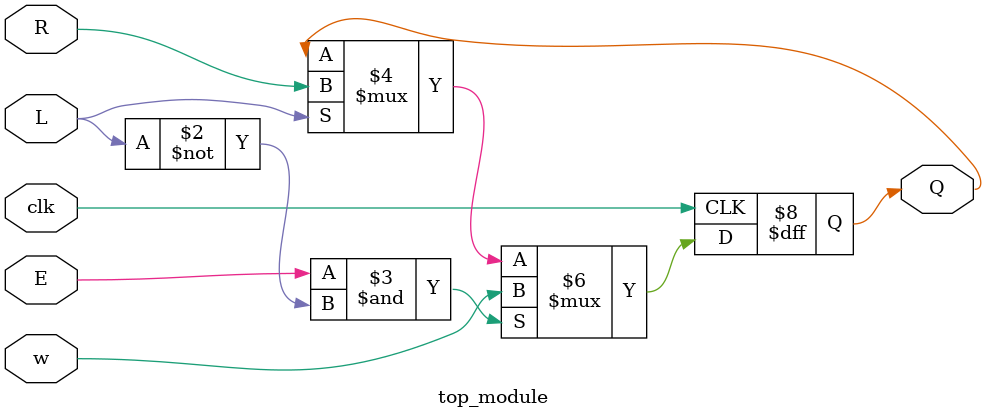
<source format=v>
module top_module (
    input clk,
    input w, R, E, L,
    output Q
);
always@(posedge clk)begin
    if(L) Q<=R;
    if(E&(~L)) Q<=w;
end

endmodule

</source>
